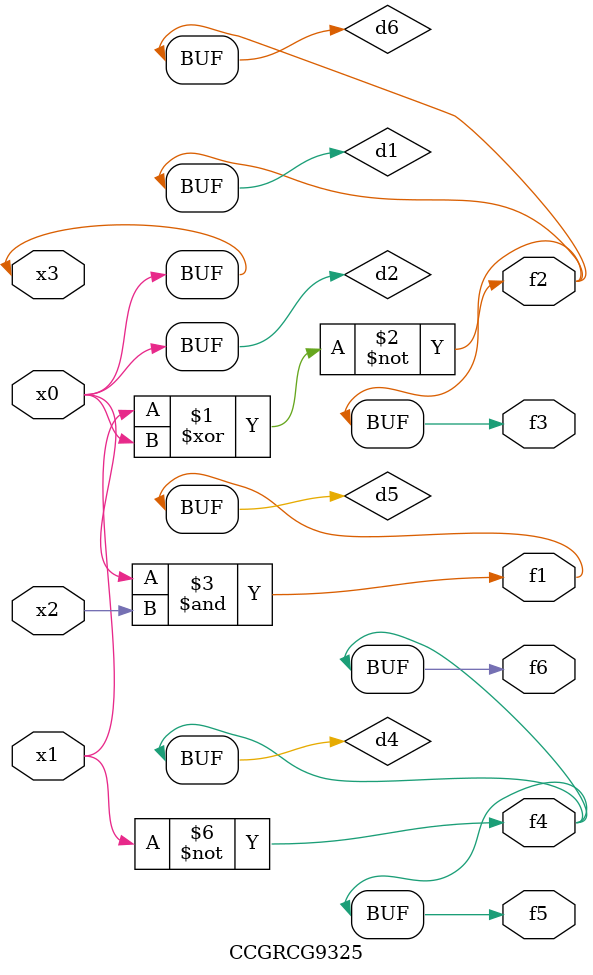
<source format=v>
module CCGRCG9325(
	input x0, x1, x2, x3,
	output f1, f2, f3, f4, f5, f6
);

	wire d1, d2, d3, d4, d5, d6;

	xnor (d1, x1, x3);
	buf (d2, x0, x3);
	nand (d3, x0, x2);
	not (d4, x1);
	nand (d5, d3);
	or (d6, d1);
	assign f1 = d5;
	assign f2 = d6;
	assign f3 = d6;
	assign f4 = d4;
	assign f5 = d4;
	assign f6 = d4;
endmodule

</source>
